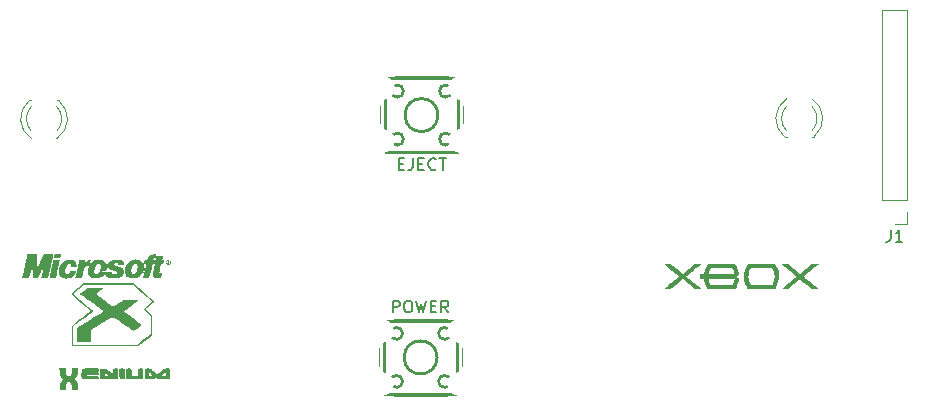
<source format=gbr>
%TF.GenerationSoftware,KiCad,Pcbnew,8.0.4*%
%TF.CreationDate,2024-08-22T22:42:40+01:00*%
%TF.ProjectId,XBox button board_no_LAN-HDD_all tracks front,58426f78-2062-4757-9474-6f6e20626f61,rev?*%
%TF.SameCoordinates,Original*%
%TF.FileFunction,Legend,Top*%
%TF.FilePolarity,Positive*%
%FSLAX46Y46*%
G04 Gerber Fmt 4.6, Leading zero omitted, Abs format (unit mm)*
G04 Created by KiCad (PCBNEW 8.0.4) date 2024-08-22 22:42:40*
%MOMM*%
%LPD*%
G01*
G04 APERTURE LIST*
%ADD10C,0.254000*%
%ADD11C,0.150000*%
%ADD12C,0.120000*%
%ADD13C,0.000000*%
%ADD14C,2.000000*%
%ADD15R,1.800000X1.800000*%
%ADD16C,1.800000*%
%ADD17R,2.000000X1.400000*%
%ADD18O,2.000000X1.400000*%
G04 APERTURE END LIST*
D10*
X142738030Y-90466960D02*
G75*
G02*
X141722030Y-90466960I-508000J0D01*
G01*
X141722030Y-90466960D02*
G75*
G02*
X142738030Y-90466960I508000J0D01*
G01*
X141087030Y-109913200D02*
X147284630Y-109913200D01*
X145582830Y-113012000D02*
G75*
G02*
X142788830Y-113012000I-1397000J0D01*
G01*
X142788830Y-113012000D02*
G75*
G02*
X145582830Y-113012000I1397000J0D01*
G01*
X141157020Y-95613223D02*
X147357160Y-95613223D01*
X146802030Y-90466960D02*
G75*
G02*
X145786030Y-90466960I-508000J0D01*
G01*
X145786030Y-90466960D02*
G75*
G02*
X146802030Y-90466960I508000J0D01*
G01*
X147287170Y-116113340D02*
X147287170Y-109913200D01*
X142661830Y-115044000D02*
G75*
G02*
X141645830Y-115044000I-508000J0D01*
G01*
X141645830Y-115044000D02*
G75*
G02*
X142661830Y-115044000I508000J0D01*
G01*
X141160690Y-89400160D02*
X147360830Y-89400160D01*
X141160690Y-89400160D02*
X141160690Y-95600300D01*
X142738030Y-94530960D02*
G75*
G02*
X141722030Y-94530960I-508000J0D01*
G01*
X141722030Y-94530960D02*
G75*
G02*
X142738030Y-94530960I508000J0D01*
G01*
X145659030Y-92498960D02*
G75*
G02*
X142865030Y-92498960I-1397000J0D01*
G01*
X142865030Y-92498960D02*
G75*
G02*
X145659030Y-92498960I1397000J0D01*
G01*
X146725830Y-110980000D02*
G75*
G02*
X145709830Y-110980000I-508000J0D01*
G01*
X145709830Y-110980000D02*
G75*
G02*
X146725830Y-110980000I508000J0D01*
G01*
X141087030Y-109913200D02*
X141087030Y-116110800D01*
X142661830Y-110980000D02*
G75*
G02*
X141645830Y-110980000I-508000J0D01*
G01*
X141645830Y-110980000D02*
G75*
G02*
X142661830Y-110980000I508000J0D01*
G01*
X147284630Y-116110800D02*
X141087030Y-116110800D01*
X146725830Y-115044000D02*
G75*
G02*
X145709830Y-115044000I-508000J0D01*
G01*
X145709830Y-115044000D02*
G75*
G02*
X146725830Y-115044000I508000J0D01*
G01*
X146802030Y-94530960D02*
G75*
G02*
X145786030Y-94530960I-508000J0D01*
G01*
X145786030Y-94530960D02*
G75*
G02*
X146802030Y-94530960I508000J0D01*
G01*
X147363370Y-95600300D02*
X147363370Y-89400160D01*
D11*
X142332258Y-96631009D02*
X142665591Y-96631009D01*
X142808448Y-97154819D02*
X142332258Y-97154819D01*
X142332258Y-97154819D02*
X142332258Y-96154819D01*
X142332258Y-96154819D02*
X142808448Y-96154819D01*
X143522734Y-96154819D02*
X143522734Y-96869104D01*
X143522734Y-96869104D02*
X143475115Y-97011961D01*
X143475115Y-97011961D02*
X143379877Y-97107200D01*
X143379877Y-97107200D02*
X143237020Y-97154819D01*
X143237020Y-97154819D02*
X143141782Y-97154819D01*
X143998925Y-96631009D02*
X144332258Y-96631009D01*
X144475115Y-97154819D02*
X143998925Y-97154819D01*
X143998925Y-97154819D02*
X143998925Y-96154819D01*
X143998925Y-96154819D02*
X144475115Y-96154819D01*
X145475115Y-97059580D02*
X145427496Y-97107200D01*
X145427496Y-97107200D02*
X145284639Y-97154819D01*
X145284639Y-97154819D02*
X145189401Y-97154819D01*
X145189401Y-97154819D02*
X145046544Y-97107200D01*
X145046544Y-97107200D02*
X144951306Y-97011961D01*
X144951306Y-97011961D02*
X144903687Y-96916723D01*
X144903687Y-96916723D02*
X144856068Y-96726247D01*
X144856068Y-96726247D02*
X144856068Y-96583390D01*
X144856068Y-96583390D02*
X144903687Y-96392914D01*
X144903687Y-96392914D02*
X144951306Y-96297676D01*
X144951306Y-96297676D02*
X145046544Y-96202438D01*
X145046544Y-96202438D02*
X145189401Y-96154819D01*
X145189401Y-96154819D02*
X145284639Y-96154819D01*
X145284639Y-96154819D02*
X145427496Y-96202438D01*
X145427496Y-96202438D02*
X145475115Y-96250057D01*
X145760830Y-96154819D02*
X146332258Y-96154819D01*
X146046544Y-97154819D02*
X146046544Y-96154819D01*
X183984496Y-102207819D02*
X183984496Y-102922104D01*
X183984496Y-102922104D02*
X183936877Y-103064961D01*
X183936877Y-103064961D02*
X183841639Y-103160200D01*
X183841639Y-103160200D02*
X183698782Y-103207819D01*
X183698782Y-103207819D02*
X183603544Y-103207819D01*
X184984496Y-103207819D02*
X184413068Y-103207819D01*
X184698782Y-103207819D02*
X184698782Y-102207819D01*
X184698782Y-102207819D02*
X184603544Y-102350676D01*
X184603544Y-102350676D02*
X184508306Y-102445914D01*
X184508306Y-102445914D02*
X184413068Y-102493533D01*
X141851306Y-109204819D02*
X141851306Y-108204819D01*
X141851306Y-108204819D02*
X142232258Y-108204819D01*
X142232258Y-108204819D02*
X142327496Y-108252438D01*
X142327496Y-108252438D02*
X142375115Y-108300057D01*
X142375115Y-108300057D02*
X142422734Y-108395295D01*
X142422734Y-108395295D02*
X142422734Y-108538152D01*
X142422734Y-108538152D02*
X142375115Y-108633390D01*
X142375115Y-108633390D02*
X142327496Y-108681009D01*
X142327496Y-108681009D02*
X142232258Y-108728628D01*
X142232258Y-108728628D02*
X141851306Y-108728628D01*
X143041782Y-108204819D02*
X143232258Y-108204819D01*
X143232258Y-108204819D02*
X143327496Y-108252438D01*
X143327496Y-108252438D02*
X143422734Y-108347676D01*
X143422734Y-108347676D02*
X143470353Y-108538152D01*
X143470353Y-108538152D02*
X143470353Y-108871485D01*
X143470353Y-108871485D02*
X143422734Y-109061961D01*
X143422734Y-109061961D02*
X143327496Y-109157200D01*
X143327496Y-109157200D02*
X143232258Y-109204819D01*
X143232258Y-109204819D02*
X143041782Y-109204819D01*
X143041782Y-109204819D02*
X142946544Y-109157200D01*
X142946544Y-109157200D02*
X142851306Y-109061961D01*
X142851306Y-109061961D02*
X142803687Y-108871485D01*
X142803687Y-108871485D02*
X142803687Y-108538152D01*
X142803687Y-108538152D02*
X142851306Y-108347676D01*
X142851306Y-108347676D02*
X142946544Y-108252438D01*
X142946544Y-108252438D02*
X143041782Y-108204819D01*
X143803687Y-108204819D02*
X144041782Y-109204819D01*
X144041782Y-109204819D02*
X144232258Y-108490533D01*
X144232258Y-108490533D02*
X144422734Y-109204819D01*
X144422734Y-109204819D02*
X144660830Y-108204819D01*
X145041782Y-108681009D02*
X145375115Y-108681009D01*
X145517972Y-109204819D02*
X145041782Y-109204819D01*
X145041782Y-109204819D02*
X145041782Y-108204819D01*
X145041782Y-108204819D02*
X145517972Y-108204819D01*
X146517972Y-109204819D02*
X146184639Y-108728628D01*
X145946544Y-109204819D02*
X145946544Y-108204819D01*
X145946544Y-108204819D02*
X146327496Y-108204819D01*
X146327496Y-108204819D02*
X146422734Y-108252438D01*
X146422734Y-108252438D02*
X146470353Y-108300057D01*
X146470353Y-108300057D02*
X146517972Y-108395295D01*
X146517972Y-108395295D02*
X146517972Y-108538152D01*
X146517972Y-108538152D02*
X146470353Y-108633390D01*
X146470353Y-108633390D02*
X146422734Y-108681009D01*
X146422734Y-108681009D02*
X146327496Y-108728628D01*
X146327496Y-108728628D02*
X145946544Y-108728628D01*
D12*
%TO.C,EJECT*%
X140760830Y-91700000D02*
X140760830Y-93200000D01*
X142010830Y-95700000D02*
X146510830Y-95700000D01*
X146510830Y-89200000D02*
X142010830Y-89200000D01*
X147760830Y-93200000D02*
X147760830Y-91700000D01*
%TO.C,D1*%
X111228830Y-91259000D02*
X111072830Y-91259000D01*
X113544830Y-91259000D02*
X113388830Y-91259000D01*
X111228993Y-93860130D02*
G75*
G02*
X111228830Y-91778039I1079837J1041130D01*
G01*
X111230222Y-94491335D02*
G75*
G02*
X111073314Y-91259000I1078608J1672335D01*
G01*
X113388830Y-91778039D02*
G75*
G02*
X113388667Y-93860130I-1080000J-1040961D01*
G01*
X113544346Y-91259000D02*
G75*
G02*
X113387438Y-94491335I-1235516J-1560000D01*
G01*
D13*
%TO.C,G\u002A\u002A\u002A*%
G36*
X118988336Y-113951910D02*
G01*
X119034507Y-113954282D01*
X119064988Y-113959762D01*
X119086430Y-113969597D01*
X119105483Y-113985036D01*
X119107095Y-113986543D01*
X119144492Y-114021690D01*
X119144492Y-114402167D01*
X119144159Y-114505322D01*
X119143223Y-114599652D01*
X119141773Y-114681049D01*
X119139902Y-114745407D01*
X119137702Y-114788619D01*
X119135486Y-114806112D01*
X119110352Y-114837255D01*
X119061865Y-114858172D01*
X118988486Y-114869324D01*
X118916873Y-114871560D01*
X118855575Y-114869608D01*
X118802799Y-114864788D01*
X118767218Y-114858003D01*
X118760303Y-114855260D01*
X118741294Y-114844045D01*
X118726390Y-114831340D01*
X118715090Y-114813725D01*
X118706896Y-114787779D01*
X118701310Y-114750081D01*
X118697832Y-114697212D01*
X118695964Y-114625751D01*
X118695207Y-114532277D01*
X118695063Y-114413371D01*
X118695063Y-114407830D01*
X118695063Y-114021690D01*
X118732510Y-113986543D01*
X118751683Y-113970604D01*
X118772712Y-113960368D01*
X118802249Y-113954587D01*
X118846946Y-113952013D01*
X118913454Y-113951398D01*
X118919827Y-113951396D01*
X118988336Y-113951910D01*
G37*
G36*
X119568866Y-113948970D02*
G01*
X119633366Y-113962312D01*
X119680304Y-113982483D01*
X119703975Y-114007600D01*
X119710293Y-114026722D01*
X119715000Y-114049474D01*
X119718355Y-114080295D01*
X119720617Y-114123628D01*
X119722044Y-114183912D01*
X119722894Y-114265589D01*
X119723292Y-114339210D01*
X119724401Y-114596544D01*
X119992609Y-114596544D01*
X120260816Y-114596544D01*
X120261030Y-114324712D01*
X120261968Y-114211593D01*
X120264659Y-114125515D01*
X120269216Y-114064571D01*
X120275755Y-114026852D01*
X120279530Y-114016636D01*
X120313836Y-113980621D01*
X120374174Y-113957056D01*
X120460623Y-113945915D01*
X120494241Y-113944965D01*
X120585845Y-113950206D01*
X120651922Y-113967629D01*
X120692067Y-113997112D01*
X120697920Y-114006197D01*
X120703599Y-114030927D01*
X120708720Y-114079617D01*
X120713192Y-114147234D01*
X120716920Y-114228747D01*
X120719810Y-114319123D01*
X120721771Y-114413331D01*
X120722708Y-114506338D01*
X120722528Y-114593113D01*
X120721137Y-114668623D01*
X120718443Y-114727836D01*
X120714352Y-114765720D01*
X120712165Y-114774135D01*
X120689088Y-114808631D01*
X120653518Y-114840052D01*
X120648992Y-114842945D01*
X120636261Y-114850032D01*
X120621659Y-114855858D01*
X120602394Y-114860548D01*
X120575675Y-114864223D01*
X120538711Y-114867007D01*
X120488712Y-114869023D01*
X120422886Y-114870394D01*
X120338442Y-114871243D01*
X120232591Y-114871694D01*
X120102540Y-114871868D01*
X119992609Y-114871893D01*
X119843449Y-114871840D01*
X119720494Y-114871600D01*
X119620953Y-114871050D01*
X119542034Y-114870066D01*
X119480947Y-114868526D01*
X119434900Y-114866306D01*
X119401103Y-114863284D01*
X119376766Y-114859335D01*
X119359096Y-114854338D01*
X119345303Y-114848169D01*
X119336225Y-114842945D01*
X119300678Y-114813836D01*
X119276311Y-114780785D01*
X119274610Y-114776815D01*
X119269632Y-114748663D01*
X119265746Y-114696797D01*
X119262934Y-114626481D01*
X119261181Y-114542974D01*
X119260470Y-114451540D01*
X119260784Y-114357439D01*
X119262108Y-114265933D01*
X119264425Y-114182284D01*
X119267718Y-114111752D01*
X119271971Y-114059601D01*
X119276933Y-114031737D01*
X119302224Y-113990906D01*
X119346568Y-113963469D01*
X119412777Y-113948284D01*
X119492437Y-113944147D01*
X119568866Y-113948970D01*
G37*
G36*
X114936530Y-113947452D02*
G01*
X115208362Y-113951396D01*
X115212784Y-114037242D01*
X115212363Y-114125414D01*
X115204052Y-114225311D01*
X115189378Y-114324970D01*
X115169870Y-114412431D01*
X115161200Y-114440895D01*
X115113478Y-114550673D01*
X115045670Y-114662277D01*
X114964032Y-114765413D01*
X114964013Y-114765434D01*
X114893636Y-114843132D01*
X114972847Y-114922343D01*
X115021871Y-114978364D01*
X115070710Y-115045431D01*
X115104588Y-115101519D01*
X115146740Y-115192765D01*
X115175382Y-115283639D01*
X115192081Y-115382036D01*
X115198402Y-115495853D01*
X115197931Y-115572056D01*
X115193864Y-115749113D01*
X114929281Y-115753064D01*
X114664698Y-115757016D01*
X114664698Y-115590679D01*
X114660104Y-115454215D01*
X114645853Y-115342626D01*
X114621239Y-115253207D01*
X114585557Y-115183256D01*
X114546502Y-115137550D01*
X114483545Y-115095354D01*
X114417746Y-115080130D01*
X114352741Y-115090589D01*
X114292163Y-115125438D01*
X114239648Y-115183388D01*
X114199757Y-115260690D01*
X114185849Y-115303249D01*
X114175753Y-115350781D01*
X114168583Y-115409872D01*
X114163449Y-115487108D01*
X114160799Y-115549769D01*
X114153280Y-115756362D01*
X113887071Y-115756362D01*
X113620862Y-115756362D01*
X113621114Y-115578765D01*
X113627334Y-115425264D01*
X113646620Y-115293624D01*
X113680615Y-115179054D01*
X113730962Y-115076763D01*
X113799305Y-114981961D01*
X113842171Y-114934377D01*
X113929449Y-114843485D01*
X113869033Y-114777942D01*
X113773860Y-114656952D01*
X113698305Y-114523864D01*
X113656097Y-114416633D01*
X113638355Y-114354217D01*
X113626798Y-114295086D01*
X113620060Y-114229221D01*
X113616773Y-114146604D01*
X113616384Y-114125542D01*
X113613613Y-113951396D01*
X113883465Y-113947459D01*
X114153318Y-113943522D01*
X114161407Y-114157676D01*
X114166375Y-114262090D01*
X114173175Y-114342596D01*
X114183035Y-114404274D01*
X114197182Y-114452205D01*
X114216843Y-114491471D01*
X114243244Y-114527151D01*
X114253434Y-114538771D01*
X114316967Y-114591977D01*
X114384679Y-114617659D01*
X114453547Y-114615599D01*
X114520549Y-114585580D01*
X114552208Y-114560205D01*
X114592216Y-114513298D01*
X114622485Y-114454449D01*
X114643904Y-114380005D01*
X114657366Y-114286315D01*
X114663760Y-114169728D01*
X114664588Y-114099678D01*
X114664698Y-113943507D01*
X114936530Y-113947452D01*
G37*
G36*
X118447497Y-113949282D02*
G01*
X118513467Y-113964287D01*
X118554731Y-113988564D01*
X118563870Y-114000805D01*
X118567444Y-114021329D01*
X118570897Y-114066849D01*
X118574074Y-114133365D01*
X118576819Y-114216877D01*
X118578976Y-114313386D01*
X118580388Y-114418890D01*
X118580452Y-114426221D01*
X118581210Y-114551967D01*
X118581040Y-114651477D01*
X118579842Y-114727498D01*
X118577517Y-114782778D01*
X118573966Y-114820063D01*
X118569091Y-114842102D01*
X118565199Y-114849513D01*
X118552400Y-114858861D01*
X118529149Y-114865265D01*
X118490834Y-114869192D01*
X118432844Y-114871111D01*
X118350566Y-114871491D01*
X118348967Y-114871487D01*
X118253055Y-114869793D01*
X118180851Y-114865376D01*
X118134379Y-114858395D01*
X118120242Y-114853365D01*
X118101572Y-114839496D01*
X118064251Y-114809031D01*
X118011354Y-114764580D01*
X117945954Y-114708752D01*
X117871123Y-114644156D01*
X117789937Y-114573400D01*
X117774987Y-114560300D01*
X117693921Y-114489485D01*
X117619527Y-114425026D01*
X117554695Y-114369386D01*
X117502315Y-114325029D01*
X117465280Y-114294416D01*
X117446479Y-114280011D01*
X117445112Y-114279273D01*
X117435850Y-114287129D01*
X117437303Y-114321370D01*
X117438638Y-114330015D01*
X117443435Y-114373919D01*
X117446850Y-114433427D01*
X117448100Y-114491436D01*
X117448259Y-114596544D01*
X117601392Y-114596544D01*
X117754524Y-114596544D01*
X117873224Y-114700521D01*
X117934640Y-114755137D01*
X117976064Y-114794533D01*
X117999949Y-114821844D01*
X118008748Y-114840205D01*
X118004914Y-114852752D01*
X117997235Y-114859008D01*
X117977958Y-114862320D01*
X117933679Y-114865278D01*
X117868388Y-114867765D01*
X117786076Y-114869662D01*
X117690736Y-114870851D01*
X117586358Y-114871212D01*
X117585988Y-114871212D01*
X117459400Y-114870737D01*
X117358797Y-114869469D01*
X117281173Y-114867268D01*
X117223525Y-114863993D01*
X117182848Y-114859505D01*
X117156139Y-114853665D01*
X117148573Y-114850867D01*
X117112132Y-114828654D01*
X117087456Y-114802546D01*
X117086958Y-114801645D01*
X117081565Y-114776350D01*
X117077248Y-114723521D01*
X117074064Y-114644603D01*
X117072070Y-114541040D01*
X117071323Y-114414277D01*
X117071319Y-114403067D01*
X117071319Y-114033711D01*
X117115924Y-113996178D01*
X117136822Y-113979685D01*
X117157363Y-113968166D01*
X117182856Y-113960886D01*
X117218611Y-113957111D01*
X117269936Y-113956108D01*
X117342142Y-113957143D01*
X117390268Y-113958256D01*
X117471862Y-113961855D01*
X117530821Y-113968673D01*
X117573413Y-113979642D01*
X117593236Y-113988348D01*
X117619495Y-114005437D01*
X117663739Y-114038023D01*
X117721815Y-114082882D01*
X117789566Y-114136789D01*
X117862838Y-114196520D01*
X117883191Y-114213361D01*
X118122403Y-114411966D01*
X118129652Y-114217925D01*
X118133247Y-114144559D01*
X118137965Y-114080828D01*
X118143244Y-114032774D01*
X118148522Y-114006438D01*
X118149544Y-114004283D01*
X118181906Y-113977559D01*
X118236937Y-113957644D01*
X118308767Y-113946223D01*
X118358986Y-113944147D01*
X118447497Y-113949282D01*
G37*
G36*
X116919170Y-113979151D02*
G01*
X116948335Y-114026922D01*
X116957482Y-114084775D01*
X116946579Y-114142016D01*
X116919752Y-114184018D01*
X116884166Y-114219604D01*
X116397834Y-114219604D01*
X116266382Y-114219650D01*
X116161038Y-114219905D01*
X116078912Y-114220540D01*
X116017116Y-114221727D01*
X115972761Y-114223639D01*
X115942959Y-114226448D01*
X115924821Y-114230325D01*
X115915459Y-114235444D01*
X115911984Y-114241977D01*
X115911501Y-114248599D01*
X115912275Y-114256389D01*
X115916510Y-114262642D01*
X115927075Y-114267527D01*
X115946840Y-114271213D01*
X115978673Y-114273868D01*
X116025444Y-114275662D01*
X116090022Y-114276763D01*
X116175276Y-114277339D01*
X116284075Y-114277560D01*
X116404424Y-114277595D01*
X116537159Y-114277659D01*
X116643941Y-114277966D01*
X116727815Y-114278683D01*
X116791824Y-114279980D01*
X116839009Y-114282026D01*
X116872416Y-114284991D01*
X116895087Y-114289042D01*
X116910065Y-114294350D01*
X116920393Y-114301083D01*
X116926341Y-114306590D01*
X116946480Y-114343707D01*
X116955346Y-114395892D01*
X116952559Y-114451340D01*
X116937740Y-114498247D01*
X116932768Y-114506332D01*
X116910200Y-114538554D01*
X116410850Y-114538554D01*
X116277473Y-114538598D01*
X116170241Y-114538842D01*
X116086302Y-114539451D01*
X116022807Y-114540590D01*
X115976904Y-114542426D01*
X115945743Y-114545123D01*
X115926473Y-114548847D01*
X115916243Y-114553764D01*
X115912203Y-114560039D01*
X115911501Y-114567549D01*
X115912286Y-114575405D01*
X115916570Y-114581697D01*
X115927250Y-114586598D01*
X115947223Y-114590281D01*
X115979384Y-114592921D01*
X116026631Y-114594692D01*
X116091858Y-114595765D01*
X116177963Y-114596316D01*
X116287842Y-114596518D01*
X116395220Y-114596544D01*
X116526586Y-114596607D01*
X116632092Y-114596916D01*
X116714872Y-114597650D01*
X116778059Y-114598992D01*
X116824789Y-114601120D01*
X116858195Y-114604216D01*
X116881413Y-114608460D01*
X116897577Y-114614033D01*
X116909821Y-114621114D01*
X116917137Y-114626592D01*
X116940100Y-114648981D01*
X116951544Y-114676050D01*
X116955200Y-114718369D01*
X116955337Y-114734760D01*
X116952396Y-114786804D01*
X116941579Y-114820428D01*
X116923608Y-114842441D01*
X116915121Y-114849584D01*
X116904641Y-114855473D01*
X116889482Y-114860229D01*
X116866962Y-114863972D01*
X116834398Y-114866824D01*
X116789105Y-114868905D01*
X116728401Y-114870337D01*
X116649603Y-114871239D01*
X116550026Y-114871733D01*
X116426987Y-114871939D01*
X116277804Y-114871979D01*
X116267586Y-114871978D01*
X116115163Y-114871887D01*
X115988992Y-114871555D01*
X115886328Y-114870879D01*
X115804428Y-114869757D01*
X115740548Y-114868086D01*
X115691944Y-114865761D01*
X115655874Y-114862681D01*
X115629592Y-114858741D01*
X115610355Y-114853839D01*
X115595419Y-114847871D01*
X115592840Y-114846607D01*
X115550322Y-114816693D01*
X115513005Y-114777028D01*
X115509479Y-114771997D01*
X115498525Y-114754369D01*
X115490316Y-114735935D01*
X115484455Y-114712435D01*
X115480548Y-114679606D01*
X115478202Y-114633187D01*
X115477021Y-114568918D01*
X115476610Y-114482536D01*
X115476570Y-114416577D01*
X115477129Y-114301094D01*
X115479416Y-114210733D01*
X115484344Y-114141633D01*
X115492825Y-114089932D01*
X115505773Y-114051769D01*
X115524100Y-114023282D01*
X115548720Y-114000609D01*
X115579693Y-113980391D01*
X115592761Y-113973375D01*
X115607848Y-113967560D01*
X115627706Y-113962810D01*
X115655084Y-113958991D01*
X115692733Y-113955967D01*
X115743404Y-113953605D01*
X115809847Y-113951768D01*
X115894812Y-113950321D01*
X116001051Y-113949130D01*
X116131314Y-113948059D01*
X116255900Y-113947190D01*
X116883004Y-113942985D01*
X116919170Y-113979151D01*
G37*
G36*
X121141551Y-113945934D02*
G01*
X121221167Y-113951673D01*
X121291624Y-113962595D01*
X121343816Y-113978317D01*
X121349218Y-113980916D01*
X121377136Y-113998721D01*
X121422271Y-114031388D01*
X121479631Y-114075140D01*
X121544226Y-114126196D01*
X121587357Y-114161206D01*
X121685760Y-114241239D01*
X121764479Y-114303559D01*
X121825583Y-114349626D01*
X121871140Y-114380901D01*
X121903217Y-114398845D01*
X121923883Y-114404917D01*
X121930855Y-114403848D01*
X121947275Y-114392576D01*
X121982395Y-114365597D01*
X122032634Y-114325761D01*
X122094411Y-114275915D01*
X122164145Y-114218909D01*
X122187509Y-114199659D01*
X122261263Y-114139573D01*
X122330488Y-114084656D01*
X122391039Y-114038082D01*
X122438767Y-114003027D01*
X122469524Y-113982666D01*
X122474156Y-113980206D01*
X122518157Y-113966779D01*
X122582134Y-113956290D01*
X122657171Y-113949241D01*
X122734354Y-113946135D01*
X122804765Y-113947472D01*
X122859488Y-113953755D01*
X122874686Y-113957665D01*
X122918589Y-113979489D01*
X122954553Y-114009244D01*
X122957165Y-114012391D01*
X122966323Y-114025592D01*
X122973343Y-114041462D01*
X122978508Y-114063770D01*
X122982100Y-114096283D01*
X122984401Y-114142769D01*
X122985694Y-114206997D01*
X122986262Y-114292733D01*
X122986387Y-114402098D01*
X122985639Y-114536050D01*
X122983408Y-114642631D01*
X122979712Y-114721414D01*
X122974568Y-114771974D01*
X122969881Y-114790883D01*
X122957741Y-114813441D01*
X122942019Y-114831418D01*
X122919574Y-114845286D01*
X122887269Y-114855520D01*
X122841965Y-114862592D01*
X122780523Y-114866976D01*
X122699804Y-114869146D01*
X122596670Y-114869574D01*
X122467982Y-114868734D01*
X122454543Y-114868608D01*
X122325883Y-114867368D01*
X122224389Y-114865667D01*
X122148236Y-114862439D01*
X122095598Y-114856616D01*
X122064653Y-114847129D01*
X122053576Y-114832911D01*
X122060543Y-114812894D01*
X122083729Y-114786012D01*
X122121310Y-114751195D01*
X122171463Y-114707377D01*
X122174515Y-114704715D01*
X122297746Y-114597186D01*
X122453596Y-114596865D01*
X122609446Y-114596544D01*
X122609446Y-114436214D01*
X122608728Y-114364112D01*
X122606282Y-114317379D01*
X122601672Y-114292419D01*
X122594462Y-114285634D01*
X122591324Y-114286839D01*
X122574704Y-114299826D01*
X122540582Y-114328573D01*
X122493086Y-114369532D01*
X122436345Y-114419153D01*
X122399230Y-114451919D01*
X122282740Y-114553929D01*
X122180281Y-114641207D01*
X122093174Y-114712700D01*
X122022742Y-114767352D01*
X121970308Y-114804109D01*
X121937194Y-114821916D01*
X121934011Y-114822879D01*
X121895771Y-114821540D01*
X121847944Y-114798442D01*
X121841319Y-114794151D01*
X121787009Y-114755456D01*
X121715452Y-114700245D01*
X121630625Y-114631761D01*
X121536504Y-114553245D01*
X121437067Y-114467939D01*
X121382431Y-114420077D01*
X121325229Y-114370099D01*
X121275699Y-114327781D01*
X121237870Y-114296493D01*
X121215770Y-114279602D01*
X121211988Y-114277595D01*
X121208653Y-114291097D01*
X121206582Y-114327661D01*
X121205976Y-114381374D01*
X121206698Y-114433445D01*
X121210417Y-114589296D01*
X121369892Y-114593457D01*
X121529367Y-114597619D01*
X121659846Y-114719799D01*
X121715020Y-114772425D01*
X121750770Y-114809334D01*
X121769638Y-114833730D01*
X121774171Y-114848818D01*
X121768579Y-114856768D01*
X121746154Y-114862110D01*
X121699424Y-114866301D01*
X121633054Y-114869376D01*
X121551710Y-114871366D01*
X121460059Y-114872304D01*
X121362765Y-114872223D01*
X121264494Y-114871157D01*
X121169914Y-114869137D01*
X121083688Y-114866196D01*
X121010484Y-114862368D01*
X120954966Y-114857686D01*
X120921801Y-114852181D01*
X120917776Y-114850781D01*
X120889304Y-114836540D01*
X120867101Y-114819204D01*
X120850513Y-114795333D01*
X120838889Y-114761486D01*
X120831575Y-114714223D01*
X120827920Y-114650102D01*
X120827271Y-114565683D01*
X120828975Y-114457526D01*
X120830569Y-114390966D01*
X120834326Y-114266547D01*
X120838628Y-114169239D01*
X120843613Y-114097162D01*
X120849421Y-114048435D01*
X120856191Y-114021178D01*
X120858115Y-114017391D01*
X120883000Y-113993742D01*
X120922924Y-113970434D01*
X120938816Y-113963651D01*
X120991268Y-113951540D01*
X121061882Y-113945762D01*
X121141551Y-113945934D01*
G37*
G36*
X173065513Y-105074090D02*
G01*
X174198695Y-105079446D01*
X174295950Y-105241651D01*
X174414537Y-105478881D01*
X174494131Y-105730025D01*
X174534773Y-105995237D01*
X174540538Y-106145609D01*
X174522801Y-106410778D01*
X174470704Y-106664666D01*
X174385920Y-106901285D01*
X174270120Y-107114644D01*
X174269908Y-107114968D01*
X174185092Y-107244454D01*
X173057337Y-107244454D01*
X171929583Y-107244454D01*
X171860209Y-107135685D01*
X171791122Y-107021641D01*
X171737206Y-106916876D01*
X171690314Y-106804037D01*
X171648652Y-106685074D01*
X171626672Y-106615937D01*
X171610981Y-106556122D01*
X171600500Y-106496203D01*
X171594147Y-106426751D01*
X171590843Y-106338342D01*
X171589506Y-106221549D01*
X171589288Y-106167129D01*
X171589328Y-106156770D01*
X171950816Y-106156770D01*
X171959581Y-106341466D01*
X171988197Y-106504522D01*
X172040147Y-106662365D01*
X172074934Y-106742264D01*
X172135301Y-106871966D01*
X173050820Y-106866570D01*
X173966338Y-106861175D01*
X174005184Y-106809138D01*
X174064079Y-106704222D01*
X174110743Y-106569020D01*
X174143990Y-106413183D01*
X174162634Y-106246361D01*
X174165488Y-106078205D01*
X174151366Y-105918366D01*
X174128313Y-105807523D01*
X174099423Y-105713800D01*
X174065417Y-105620280D01*
X174033469Y-105546631D01*
X174032330Y-105544367D01*
X173980460Y-105442007D01*
X173057779Y-105442007D01*
X172135099Y-105442007D01*
X172074833Y-105571493D01*
X172010285Y-105732740D01*
X171970767Y-105891293D01*
X171952803Y-106063555D01*
X171950816Y-106156770D01*
X171589328Y-106156770D01*
X171589826Y-106026465D01*
X171592876Y-105918440D01*
X171599140Y-105834300D01*
X171609323Y-105765287D01*
X171624127Y-105702647D01*
X171627556Y-105690620D01*
X171673696Y-105554588D01*
X171732884Y-105412311D01*
X171798185Y-105279048D01*
X171862667Y-105170059D01*
X171866992Y-105163701D01*
X171932331Y-105068734D01*
X173065513Y-105074090D01*
G37*
G36*
X175804933Y-105493481D02*
G01*
X176326016Y-105919029D01*
X176401833Y-105858170D01*
X176437867Y-105829027D01*
X176500935Y-105777785D01*
X176585982Y-105708561D01*
X176687953Y-105625473D01*
X176801795Y-105532636D01*
X176922451Y-105434166D01*
X176923083Y-105433651D01*
X177368515Y-105069990D01*
X177658564Y-105069999D01*
X177772662Y-105070241D01*
X177850641Y-105071477D01*
X177897818Y-105074486D01*
X177919512Y-105080049D01*
X177921037Y-105088944D01*
X177907712Y-105101950D01*
X177902853Y-105105803D01*
X177805970Y-105182362D01*
X177694690Y-105271596D01*
X177572931Y-105370245D01*
X177444610Y-105475048D01*
X177313644Y-105582742D01*
X177183952Y-105690066D01*
X177059449Y-105793759D01*
X176944055Y-105890559D01*
X176841687Y-105977204D01*
X176756261Y-106050434D01*
X176691696Y-106106985D01*
X176651909Y-106143598D01*
X176640512Y-106156770D01*
X176657003Y-106173278D01*
X176701803Y-106212816D01*
X176771108Y-106272225D01*
X176861119Y-106348344D01*
X176968034Y-106438013D01*
X177088051Y-106538073D01*
X177217371Y-106645364D01*
X177352191Y-106756725D01*
X177488710Y-106868997D01*
X177623128Y-106979019D01*
X177751642Y-107083632D01*
X177870453Y-107179675D01*
X177886460Y-107192550D01*
X177948613Y-107242508D01*
X177658564Y-107242665D01*
X177368515Y-107242822D01*
X176912724Y-106868918D01*
X176791504Y-106769570D01*
X176677666Y-106676451D01*
X176576042Y-106593497D01*
X176491461Y-106524646D01*
X176428754Y-106473836D01*
X176392751Y-106445003D01*
X176390818Y-106443490D01*
X176324704Y-106391965D01*
X175803191Y-106818209D01*
X175281678Y-107244454D01*
X175004338Y-107244454D01*
X174902562Y-107243810D01*
X174817573Y-107242048D01*
X174756954Y-107239417D01*
X174728285Y-107236167D01*
X174726998Y-107235283D01*
X174742515Y-107220617D01*
X174786743Y-107182750D01*
X174856199Y-107124569D01*
X174947401Y-107048958D01*
X175056867Y-106958802D01*
X175181112Y-106856987D01*
X175316655Y-106746399D01*
X175343352Y-106724671D01*
X175482461Y-106611380D01*
X175612548Y-106505214D01*
X175729846Y-106409264D01*
X175830586Y-106326622D01*
X175911002Y-106260378D01*
X175967326Y-106213625D01*
X175995790Y-106189453D01*
X175997368Y-106188018D01*
X176005379Y-106178255D01*
X176007199Y-106166369D01*
X176000110Y-106149853D01*
X175981394Y-106126199D01*
X175948334Y-106092902D01*
X175898212Y-106047455D01*
X175828309Y-105987350D01*
X175735908Y-105910082D01*
X175618292Y-105813142D01*
X175472742Y-105694026D01*
X175377318Y-105616127D01*
X174719605Y-105079446D01*
X175001728Y-105073690D01*
X175283851Y-105067934D01*
X175804933Y-105493481D01*
G37*
G36*
X165706241Y-105374674D02*
G01*
X165823322Y-105470172D01*
X165939255Y-105564772D01*
X166046943Y-105652680D01*
X166139287Y-105728101D01*
X166209190Y-105785240D01*
X166227637Y-105800335D01*
X166374299Y-105920408D01*
X166895520Y-105494747D01*
X167416741Y-105069087D01*
X167694871Y-105069087D01*
X167796803Y-105069708D01*
X167881957Y-105071410D01*
X167942764Y-105073953D01*
X167971653Y-105077093D01*
X167973002Y-105077967D01*
X167957483Y-105092541D01*
X167913180Y-105130441D01*
X167843467Y-105188869D01*
X167751721Y-105265024D01*
X167641320Y-105356110D01*
X167515639Y-105459327D01*
X167378056Y-105571875D01*
X167319211Y-105619888D01*
X167152314Y-105756362D01*
X167015473Y-105869257D01*
X166906269Y-105960727D01*
X166822282Y-106032929D01*
X166761094Y-106088016D01*
X166720286Y-106128146D01*
X166697437Y-106155473D01*
X166690130Y-106172151D01*
X166692498Y-106178239D01*
X166714097Y-106196546D01*
X166764234Y-106238041D01*
X166839300Y-106299768D01*
X166935688Y-106378770D01*
X167049789Y-106472092D01*
X167177994Y-106576777D01*
X167316697Y-106689868D01*
X167358598Y-106724001D01*
X167997620Y-107244454D01*
X167708405Y-107244454D01*
X167419190Y-107244454D01*
X166897746Y-106817747D01*
X166376302Y-106391041D01*
X166133583Y-106587654D01*
X166028055Y-106673343D01*
X165903729Y-106774620D01*
X165773793Y-106880725D01*
X165651430Y-106980899D01*
X165611175Y-107013929D01*
X165331484Y-107243591D01*
X165042471Y-107244022D01*
X164934482Y-107242976D01*
X164849761Y-107239732D01*
X164793884Y-107234658D01*
X164772428Y-107228121D01*
X164773140Y-107226260D01*
X164793068Y-107209551D01*
X164841575Y-107169596D01*
X164915106Y-107109302D01*
X165010105Y-107031580D01*
X165123014Y-106939337D01*
X165250278Y-106835483D01*
X165388340Y-106722927D01*
X165430616Y-106688482D01*
X165570405Y-106574296D01*
X165699657Y-106468128D01*
X165814942Y-106372840D01*
X165912829Y-106291295D01*
X165989886Y-106226354D01*
X166042683Y-106180881D01*
X166067789Y-106157737D01*
X166069414Y-106155537D01*
X166054100Y-106139986D01*
X166009968Y-106101200D01*
X165940406Y-106042010D01*
X165848804Y-105965251D01*
X165738549Y-105873756D01*
X165613031Y-105770359D01*
X165475637Y-105657893D01*
X165421261Y-105613565D01*
X165279954Y-105498477D01*
X165148826Y-105391636D01*
X165031320Y-105295853D01*
X164930881Y-105213938D01*
X164850955Y-105148700D01*
X164794985Y-105102948D01*
X164766417Y-105079493D01*
X164763472Y-105077020D01*
X164779724Y-105074170D01*
X164830270Y-105071774D01*
X164907969Y-105070034D01*
X165005680Y-105069154D01*
X165043174Y-105069087D01*
X165331508Y-105069087D01*
X165706241Y-105374674D01*
G37*
G36*
X169671528Y-105069268D02*
G01*
X170800979Y-105069449D01*
X170877555Y-105188395D01*
X170993947Y-105400624D01*
X171080717Y-105632251D01*
X171101067Y-105704748D01*
X171128465Y-105817437D01*
X171141550Y-105898103D01*
X171139647Y-105953851D01*
X171122080Y-105991786D01*
X171088174Y-106019011D01*
X171070310Y-106028291D01*
X171024341Y-106054390D01*
X171003429Y-106084870D01*
X170997907Y-106136303D01*
X170997798Y-106152598D01*
X171001174Y-106211090D01*
X171017747Y-106244870D01*
X171057184Y-106270509D01*
X171070310Y-106276905D01*
X171110617Y-106300861D01*
X171134162Y-106331244D01*
X171142087Y-106376024D01*
X171135537Y-106443174D01*
X171115656Y-106540663D01*
X171111046Y-106560767D01*
X171067112Y-106714284D01*
X171007386Y-106871887D01*
X170938514Y-107017638D01*
X170877848Y-107120147D01*
X170800979Y-107234095D01*
X169671860Y-107239228D01*
X168542741Y-107244361D01*
X168461280Y-107117803D01*
X168379898Y-106972679D01*
X168307398Y-106808344D01*
X168250514Y-106641806D01*
X168218184Y-106503793D01*
X168192817Y-106353589D01*
X168570175Y-106353589D01*
X168584695Y-106441640D01*
X168603967Y-106520936D01*
X168636096Y-106617569D01*
X168674741Y-106714847D01*
X168713561Y-106796077D01*
X168729747Y-106823481D01*
X168761233Y-106871534D01*
X169670648Y-106871534D01*
X170580063Y-106871534D01*
X170621632Y-106804201D01*
X170647485Y-106753265D01*
X170678501Y-106679225D01*
X170710457Y-106593981D01*
X170739133Y-106509437D01*
X170760306Y-106437493D01*
X170769755Y-106390052D01*
X170769902Y-106386192D01*
X170766685Y-106378989D01*
X170754894Y-106372919D01*
X170731325Y-106367886D01*
X170692768Y-106363797D01*
X170636018Y-106360556D01*
X170557867Y-106358068D01*
X170455108Y-106356238D01*
X170324536Y-106354970D01*
X170162941Y-106354171D01*
X169967119Y-106353744D01*
X169733861Y-106353594D01*
X169670039Y-106353589D01*
X168570175Y-106353589D01*
X168192817Y-106353589D01*
X168020756Y-106353589D01*
X167848695Y-106353589D01*
X167848695Y-106156770D01*
X167848695Y-105959951D01*
X168024796Y-105959951D01*
X168568521Y-105959951D01*
X169669212Y-105959951D01*
X169914074Y-105959828D01*
X170120619Y-105959401D01*
X170291964Y-105958585D01*
X170431226Y-105957296D01*
X170541522Y-105955449D01*
X170625971Y-105952958D01*
X170687688Y-105949738D01*
X170729793Y-105945705D01*
X170755401Y-105940774D01*
X170767631Y-105934859D01*
X170769902Y-105929944D01*
X170762563Y-105886409D01*
X170743293Y-105816677D01*
X170716214Y-105732753D01*
X170685446Y-105646641D01*
X170655110Y-105570345D01*
X170629327Y-105515869D01*
X170625508Y-105509340D01*
X170584051Y-105442007D01*
X169671860Y-105442007D01*
X168759668Y-105442007D01*
X168718375Y-105509340D01*
X168671232Y-105601091D01*
X168626949Y-105712425D01*
X168593310Y-105822381D01*
X168581739Y-105877295D01*
X168568521Y-105959951D01*
X168024796Y-105959951D01*
X168110112Y-105959393D01*
X168162187Y-105956216D01*
X168189214Y-105948164D01*
X168199384Y-105932982D01*
X168200897Y-105911471D01*
X168211601Y-105815713D01*
X168241193Y-105695507D01*
X168285890Y-105561088D01*
X168341911Y-105422692D01*
X168405474Y-105290554D01*
X168472798Y-105174912D01*
X168473300Y-105174144D01*
X168542077Y-105069087D01*
X169671528Y-105069268D01*
G37*
D12*
%TO.C,J1*%
X183257830Y-99693000D02*
X183257830Y-83633000D01*
X185377830Y-83633000D02*
X183257830Y-83633000D01*
X185377830Y-99693000D02*
X183257830Y-99693000D01*
X185377830Y-99693000D02*
X185377830Y-83633000D01*
X185377830Y-100693000D02*
X185377830Y-101753000D01*
X185377830Y-101753000D02*
X184317830Y-101753000D01*
%TO.C,POWER*%
X140660830Y-112250000D02*
X140660830Y-113750000D01*
X141910830Y-116250000D02*
X146410830Y-116250000D01*
X146410830Y-109750000D02*
X141910830Y-109750000D01*
X147660830Y-113750000D02*
X147660830Y-112250000D01*
D13*
%TO.C,G\u002A\u002A\u002A*%
G36*
X117776202Y-106720642D02*
G01*
X119873115Y-106721133D01*
X120755279Y-107492595D01*
X120908105Y-107626573D01*
X121052354Y-107753670D01*
X121185744Y-107871835D01*
X121305994Y-107979018D01*
X121410826Y-108073167D01*
X121497958Y-108152232D01*
X121565110Y-108214163D01*
X121610001Y-108256907D01*
X121630353Y-108278416D01*
X121631323Y-108280449D01*
X121616149Y-108296185D01*
X121576721Y-108331772D01*
X121516918Y-108383855D01*
X121440620Y-108449084D01*
X121351709Y-108524106D01*
X121277946Y-108585726D01*
X121181663Y-108665884D01*
X121094532Y-108738532D01*
X121020526Y-108800350D01*
X120963619Y-108848017D01*
X120927782Y-108878211D01*
X120917097Y-108887416D01*
X120926023Y-108902743D01*
X120958637Y-108938426D01*
X121011204Y-108990782D01*
X121079984Y-109056131D01*
X121161242Y-109130792D01*
X121195166Y-109161332D01*
X121486827Y-109422443D01*
X121486107Y-110272779D01*
X121485387Y-111123115D01*
X121090142Y-111423977D01*
X120969732Y-111515591D01*
X120844219Y-111611014D01*
X120720938Y-111704675D01*
X120607224Y-111791002D01*
X120510411Y-111864424D01*
X120459980Y-111902620D01*
X120225062Y-112080402D01*
X117446181Y-112080402D01*
X114667301Y-112080402D01*
X114667256Y-111592641D01*
X114666736Y-111433870D01*
X114665304Y-111260717D01*
X114663115Y-111084619D01*
X114660319Y-110917011D01*
X114657070Y-110769329D01*
X114655513Y-110712849D01*
X114645992Y-110393754D01*
X114773888Y-110393754D01*
X114784413Y-110884477D01*
X114787376Y-111033945D01*
X114790016Y-111188880D01*
X114792210Y-111340234D01*
X114793834Y-111478959D01*
X114794764Y-111596010D01*
X114794939Y-111654864D01*
X114794939Y-111934529D01*
X117479899Y-111933928D01*
X120164860Y-111933328D01*
X120757466Y-111481030D01*
X121350072Y-111028732D01*
X121354823Y-110255066D01*
X121359574Y-109481400D01*
X121049374Y-109184014D01*
X120739174Y-108886627D01*
X121090208Y-108594247D01*
X121186565Y-108513312D01*
X121273113Y-108439318D01*
X121346022Y-108375648D01*
X121401458Y-108325682D01*
X121435589Y-108292805D01*
X121444973Y-108281120D01*
X121432236Y-108265754D01*
X121394243Y-108228760D01*
X121333390Y-108172283D01*
X121252074Y-108098470D01*
X121152689Y-108009468D01*
X121037632Y-107907423D01*
X120909300Y-107794482D01*
X120770088Y-107672792D01*
X120633559Y-107554171D01*
X119818413Y-106847969D01*
X117757968Y-106847627D01*
X115697523Y-106847285D01*
X115250789Y-107204433D01*
X115124826Y-107305429D01*
X115024639Y-107386636D01*
X114947294Y-107450749D01*
X114889854Y-107500461D01*
X114849384Y-107538467D01*
X114822949Y-107567462D01*
X114807612Y-107590141D01*
X114800440Y-107609197D01*
X114798900Y-107619232D01*
X114798769Y-107631992D01*
X114802066Y-107645699D01*
X114810866Y-107662239D01*
X114827241Y-107683496D01*
X114853263Y-107711355D01*
X114891005Y-107747700D01*
X114942541Y-107794415D01*
X115009943Y-107853387D01*
X115095283Y-107926498D01*
X115200636Y-108015634D01*
X115328073Y-108122679D01*
X115479667Y-108249517D01*
X115633107Y-108377676D01*
X115783602Y-108503500D01*
X115925429Y-108622416D01*
X116056163Y-108732367D01*
X116173384Y-108831301D01*
X116274666Y-108917164D01*
X116357588Y-108987901D01*
X116419726Y-109041458D01*
X116458657Y-109075782D01*
X116471960Y-109088803D01*
X116457772Y-109101428D01*
X116417094Y-109134149D01*
X116352470Y-109184998D01*
X116266443Y-109252004D01*
X116161557Y-109333197D01*
X116040356Y-109426609D01*
X115905384Y-109530268D01*
X115759184Y-109642206D01*
X115622669Y-109746446D01*
X114773888Y-110393754D01*
X114645992Y-110393754D01*
X114643816Y-110320818D01*
X115343892Y-109780272D01*
X115487402Y-109669454D01*
X115625362Y-109562900D01*
X115754420Y-109463201D01*
X115871225Y-109372947D01*
X115972425Y-109294728D01*
X116054669Y-109231134D01*
X116114605Y-109184754D01*
X116147984Y-109158877D01*
X116251998Y-109078028D01*
X115450513Y-108395690D01*
X114649029Y-107713352D01*
X114653606Y-107627013D01*
X114658184Y-107540674D01*
X115168736Y-107130413D01*
X115679289Y-106720151D01*
X117776202Y-106720642D01*
G37*
G36*
X116801064Y-107139151D02*
G01*
X116940130Y-107139636D01*
X117062985Y-107140398D01*
X117165577Y-107141395D01*
X117243851Y-107142589D01*
X117293755Y-107143941D01*
X117311234Y-107145407D01*
X117297980Y-107158894D01*
X117262923Y-107188710D01*
X117213119Y-107228891D01*
X117203094Y-107236794D01*
X117148157Y-107280356D01*
X117073868Y-107339817D01*
X116989133Y-107408024D01*
X116902857Y-107477823D01*
X116884641Y-107492611D01*
X116674327Y-107663468D01*
X117394371Y-108171612D01*
X117538751Y-108273030D01*
X117674765Y-108367664D01*
X117799390Y-108453474D01*
X117909601Y-108528419D01*
X118002373Y-108590459D01*
X118074683Y-108637553D01*
X118123505Y-108667663D01*
X118145815Y-108678746D01*
X118146192Y-108678764D01*
X118169578Y-108669612D01*
X118220114Y-108644227D01*
X118293555Y-108604930D01*
X118385655Y-108554042D01*
X118492169Y-108493886D01*
X118608852Y-108426783D01*
X118638462Y-108409573D01*
X119098955Y-108141374D01*
X119719060Y-108146171D01*
X120339166Y-108150969D01*
X119700433Y-108622326D01*
X119566612Y-108721354D01*
X119442333Y-108813847D01*
X119330578Y-108897548D01*
X119234331Y-108970199D01*
X119156572Y-109029541D01*
X119100286Y-109073315D01*
X119068454Y-109099265D01*
X119062290Y-109105528D01*
X119076706Y-109118223D01*
X119117904Y-109150311D01*
X119183155Y-109199761D01*
X119269728Y-109264542D01*
X119374893Y-109342624D01*
X119495921Y-109431974D01*
X119630082Y-109530563D01*
X119774646Y-109636360D01*
X119837236Y-109682038D01*
X119985302Y-109790219D01*
X120124082Y-109892021D01*
X120250850Y-109985417D01*
X120362879Y-110068378D01*
X120457442Y-110138876D01*
X120531811Y-110194881D01*
X120583260Y-110234366D01*
X120609061Y-110255301D01*
X120611593Y-110258068D01*
X120597113Y-110271368D01*
X120557117Y-110300940D01*
X120496775Y-110343346D01*
X120421257Y-110395151D01*
X120335732Y-110452919D01*
X120245370Y-110513213D01*
X120155340Y-110572598D01*
X120070813Y-110627638D01*
X119996957Y-110674896D01*
X119938942Y-110710936D01*
X119901937Y-110732323D01*
X119891426Y-110736743D01*
X119873371Y-110726704D01*
X119827913Y-110697957D01*
X119757791Y-110652322D01*
X119665743Y-110591619D01*
X119554508Y-110517666D01*
X119426826Y-110432284D01*
X119285435Y-110337292D01*
X119133074Y-110234510D01*
X119008037Y-110149869D01*
X118849251Y-110042445D01*
X118699480Y-109941545D01*
X118561434Y-109848966D01*
X118437827Y-109766509D01*
X118331369Y-109695970D01*
X118244773Y-109639148D01*
X118180750Y-109597842D01*
X118142012Y-109573849D01*
X118131069Y-109568318D01*
X118113746Y-109578426D01*
X118068036Y-109605809D01*
X117996708Y-109648793D01*
X117902532Y-109705700D01*
X117788277Y-109774856D01*
X117656713Y-109854583D01*
X117510609Y-109943206D01*
X117352735Y-110039048D01*
X117204655Y-110129011D01*
X116290129Y-110684800D01*
X116290129Y-111182026D01*
X116290129Y-111679253D01*
X115679033Y-111679253D01*
X115067937Y-111679253D01*
X115072751Y-111101116D01*
X115077566Y-110522979D01*
X116205820Y-109810144D01*
X116389276Y-109693961D01*
X116563331Y-109583200D01*
X116725578Y-109479423D01*
X116873615Y-109384193D01*
X117005037Y-109299074D01*
X117117440Y-109225629D01*
X117208420Y-109165421D01*
X117275573Y-109120012D01*
X117316493Y-109090966D01*
X117328896Y-109079989D01*
X117313608Y-109066602D01*
X117271188Y-109033702D01*
X117204091Y-108983099D01*
X117114771Y-108916604D01*
X117005682Y-108836027D01*
X116879277Y-108743177D01*
X116738010Y-108639864D01*
X116584335Y-108527900D01*
X116420706Y-108409093D01*
X116346515Y-108355353D01*
X116178778Y-108233851D01*
X116019465Y-108118274D01*
X115871084Y-108010454D01*
X115736146Y-107912223D01*
X115617159Y-107825411D01*
X115516634Y-107751853D01*
X115437080Y-107693379D01*
X115381006Y-107651821D01*
X115350922Y-107629012D01*
X115346629Y-107625452D01*
X115344647Y-107613931D01*
X115357821Y-107594911D01*
X115389036Y-107566020D01*
X115441179Y-107524886D01*
X115517134Y-107469135D01*
X115619786Y-107396397D01*
X115656197Y-107370924D01*
X115988447Y-107138980D01*
X116649841Y-107138980D01*
X116801064Y-107139151D01*
G37*
D12*
%TO.C,D2*%
X175014000Y-94350000D02*
X175170000Y-94350000D01*
X177330000Y-94350000D02*
X177486000Y-94350000D01*
X175014484Y-94350000D02*
G75*
G02*
X175171392Y-91117665I1235516J1560000D01*
G01*
X175170000Y-93830961D02*
G75*
G02*
X175170163Y-91748870I1080000J1040961D01*
G01*
X177328608Y-91117665D02*
G75*
G02*
X177485516Y-94350000I-1078608J-1672335D01*
G01*
X177329837Y-91748870D02*
G75*
G02*
X177330000Y-93830961I-1079837J-1041130D01*
G01*
D13*
%TO.C,G\u002A\u002A\u002A*%
G36*
X113559927Y-104263289D02*
G01*
X113628306Y-104264303D01*
X113676530Y-104266252D01*
X113707643Y-104269347D01*
X113724693Y-104273801D01*
X113730726Y-104279825D01*
X113730878Y-104281242D01*
X113728346Y-104301345D01*
X113721534Y-104340585D01*
X113711620Y-104392420D01*
X113704625Y-104427080D01*
X113693522Y-104481525D01*
X113684744Y-104525489D01*
X113679429Y-104553216D01*
X113678372Y-104559791D01*
X113665891Y-104561326D01*
X113631033Y-104562678D01*
X113577671Y-104563771D01*
X113509682Y-104564534D01*
X113430939Y-104564892D01*
X113408392Y-104564910D01*
X113317687Y-104564772D01*
X113250020Y-104564171D01*
X113202177Y-104562827D01*
X113170943Y-104560459D01*
X113153103Y-104556785D01*
X113145443Y-104551526D01*
X113144748Y-104544400D01*
X113145393Y-104541938D01*
X113151001Y-104520188D01*
X113160110Y-104481544D01*
X113171217Y-104432774D01*
X113182821Y-104380645D01*
X113193420Y-104331924D01*
X113201511Y-104293378D01*
X113205594Y-104271774D01*
X113205814Y-104269700D01*
X113218285Y-104267663D01*
X113253080Y-104265875D01*
X113306268Y-104264437D01*
X113373921Y-104263448D01*
X113452108Y-104263010D01*
X113468346Y-104262998D01*
X113559927Y-104263289D01*
G37*
G36*
X122893985Y-104876144D02*
G01*
X122919509Y-104893075D01*
X122940791Y-104919646D01*
X122941940Y-104942531D01*
X122922335Y-104969910D01*
X122912927Y-104979610D01*
X122891783Y-105003403D01*
X122887840Y-105022216D01*
X122898840Y-105048692D01*
X122900137Y-105051210D01*
X122912449Y-105077514D01*
X122911075Y-105088068D01*
X122895962Y-105089974D01*
X122872883Y-105078209D01*
X122852963Y-105048731D01*
X122833689Y-105015918D01*
X122818056Y-105008379D01*
X122807285Y-105026150D01*
X122803819Y-105047313D01*
X122795929Y-105079069D01*
X122778737Y-105089871D01*
X122776076Y-105089974D01*
X122762788Y-105087283D01*
X122757758Y-105075037D01*
X122759885Y-105046982D01*
X122763955Y-105021060D01*
X122772128Y-104971958D01*
X122774143Y-104959782D01*
X122814496Y-104959782D01*
X122824947Y-104970076D01*
X122849135Y-104972023D01*
X122876317Y-104966751D01*
X122895746Y-104955389D01*
X122898457Y-104950960D01*
X122900539Y-104922735D01*
X122880346Y-104908178D01*
X122861069Y-104906202D01*
X122830892Y-104917419D01*
X122815510Y-104947391D01*
X122814496Y-104959782D01*
X122774143Y-104959782D01*
X122779712Y-104926130D01*
X122782448Y-104909483D01*
X122789280Y-104881900D01*
X122803314Y-104869788D01*
X122833231Y-104866859D01*
X122841344Y-104866822D01*
X122893985Y-104876144D01*
G37*
G36*
X122914157Y-104786010D02*
G01*
X122973300Y-104818889D01*
X123017300Y-104873062D01*
X123021240Y-104880419D01*
X123045248Y-104943900D01*
X123047203Y-105003478D01*
X123027281Y-105068176D01*
X123024997Y-105073295D01*
X122987881Y-105129498D01*
X122936107Y-105164952D01*
X122867891Y-105180707D01*
X122840749Y-105181762D01*
X122771350Y-105174290D01*
X122725128Y-105155287D01*
X122686289Y-105119249D01*
X122654291Y-105067327D01*
X122634617Y-105009851D01*
X122633961Y-105004038D01*
X122670247Y-105004038D01*
X122686552Y-105061180D01*
X122706390Y-105090793D01*
X122755970Y-105127893D01*
X122816863Y-105146118D01*
X122881144Y-105144451D01*
X122940886Y-105121878D01*
X122942297Y-105121009D01*
X122986233Y-105079055D01*
X123009621Y-105021154D01*
X123013583Y-104978398D01*
X123003169Y-104910838D01*
X122972747Y-104859910D01*
X122923541Y-104826813D01*
X122856779Y-104812741D01*
X122843390Y-104812324D01*
X122782341Y-104817252D01*
X122738459Y-104835478D01*
X122704560Y-104870492D01*
X122695703Y-104884068D01*
X122673150Y-104942154D01*
X122670247Y-105004038D01*
X122633961Y-105004038D01*
X122631011Y-104977898D01*
X122640793Y-104924770D01*
X122666915Y-104869808D01*
X122703482Y-104823108D01*
X122735531Y-104798878D01*
X122778800Y-104783522D01*
X122828992Y-104775347D01*
X122840749Y-104774935D01*
X122914157Y-104786010D01*
G37*
G36*
X113437605Y-104775464D02*
G01*
X113508725Y-104776939D01*
X113566249Y-104779197D01*
X113606296Y-104782074D01*
X113624984Y-104785405D01*
X113625865Y-104786328D01*
X113623183Y-104800917D01*
X113615463Y-104838851D01*
X113603196Y-104897811D01*
X113586872Y-104975477D01*
X113566981Y-105069529D01*
X113544013Y-105177647D01*
X113518459Y-105297513D01*
X113490809Y-105426807D01*
X113468413Y-105531263D01*
X113439489Y-105666177D01*
X113412281Y-105793402D01*
X113387279Y-105910626D01*
X113364972Y-106015535D01*
X113345852Y-106105817D01*
X113330408Y-106179157D01*
X113319131Y-106233243D01*
X113312510Y-106265762D01*
X113310893Y-106274651D01*
X113298386Y-106277575D01*
X113263462Y-106280154D01*
X113209958Y-106282250D01*
X113141709Y-106283727D01*
X113062552Y-106284448D01*
X113035168Y-106284496D01*
X112939015Y-106284147D01*
X112866469Y-106282993D01*
X112814891Y-106280875D01*
X112781641Y-106277635D01*
X112764080Y-106273112D01*
X112759509Y-106267863D01*
X112762304Y-106252316D01*
X112770348Y-106213490D01*
X112783130Y-106153720D01*
X112800140Y-106075342D01*
X112820867Y-105980689D01*
X112844800Y-105872097D01*
X112871427Y-105751901D01*
X112900239Y-105622435D01*
X112923591Y-105517899D01*
X112953687Y-105383313D01*
X112981999Y-105256545D01*
X113008018Y-105139883D01*
X113031237Y-105035612D01*
X113051148Y-104946019D01*
X113067242Y-104873391D01*
X113079011Y-104820013D01*
X113085946Y-104788172D01*
X113087674Y-104779752D01*
X113100154Y-104778305D01*
X113135005Y-104777032D01*
X113188346Y-104776003D01*
X113256297Y-104775286D01*
X113334974Y-104774951D01*
X113356770Y-104774935D01*
X113437605Y-104775464D01*
G37*
G36*
X114579650Y-104741335D02*
G01*
X114703730Y-104762945D01*
X114811637Y-104804815D01*
X114903049Y-104866796D01*
X114977647Y-104948737D01*
X115015115Y-105009127D01*
X115045325Y-105076615D01*
X115070800Y-105153538D01*
X115088609Y-105229458D01*
X115095822Y-105293937D01*
X115095852Y-105296718D01*
X115096046Y-105339380D01*
X114854895Y-105339380D01*
X114613744Y-105339380D01*
X114604691Y-105271140D01*
X114587335Y-105197540D01*
X114558020Y-105145097D01*
X114522251Y-105117346D01*
X114462403Y-105103615D01*
X114400336Y-105114500D01*
X114337930Y-105148685D01*
X114277067Y-105204856D01*
X114219628Y-105281697D01*
X114176472Y-105359070D01*
X114127585Y-105475111D01*
X114096733Y-105585731D01*
X114084298Y-105687873D01*
X114090662Y-105778482D01*
X114114832Y-105851818D01*
X114153039Y-105902741D01*
X114203155Y-105932310D01*
X114261487Y-105940289D01*
X114324345Y-105926441D01*
X114388037Y-105890528D01*
X114411855Y-105870899D01*
X114447332Y-105833797D01*
X114478043Y-105793363D01*
X114486220Y-105779784D01*
X114511319Y-105733178D01*
X114757989Y-105733178D01*
X115004660Y-105733178D01*
X114996874Y-105769277D01*
X114987726Y-105797259D01*
X114969995Y-105840953D01*
X114946894Y-105892614D01*
X114937010Y-105913484D01*
X114867484Y-106028267D01*
X114778004Y-106127254D01*
X114670691Y-106208863D01*
X114547665Y-106271508D01*
X114411047Y-106313606D01*
X114397607Y-106316445D01*
X114330690Y-106326412D01*
X114251300Y-106332695D01*
X114167737Y-106335168D01*
X114088301Y-106333705D01*
X114021291Y-106328182D01*
X113989453Y-106322622D01*
X113878008Y-106283649D01*
X113779883Y-106223705D01*
X113696436Y-106145189D01*
X113629027Y-106050499D01*
X113579014Y-105942036D01*
X113547756Y-105822199D01*
X113536613Y-105693387D01*
X113546945Y-105557999D01*
X113549042Y-105545179D01*
X113587253Y-105387542D01*
X113645792Y-105245630D01*
X113725822Y-105117226D01*
X113828506Y-105000115D01*
X113841445Y-104987627D01*
X113957342Y-104893930D01*
X114084664Y-104822721D01*
X114224944Y-104773363D01*
X114379717Y-104745221D01*
X114439715Y-104740135D01*
X114579650Y-104741335D01*
G37*
G36*
X111491126Y-104262979D02*
G01*
X111566684Y-104263263D01*
X111630005Y-104263773D01*
X111677241Y-104264519D01*
X111704542Y-104265513D01*
X111709775Y-104266279D01*
X111710839Y-104283936D01*
X111712701Y-104324265D01*
X111715227Y-104383699D01*
X111718282Y-104458673D01*
X111721731Y-104545621D01*
X111725440Y-104640979D01*
X111729273Y-104741180D01*
X111733095Y-104842659D01*
X111736771Y-104941851D01*
X111740168Y-105035189D01*
X111743149Y-105119109D01*
X111745580Y-105190045D01*
X111747326Y-105244431D01*
X111748252Y-105278702D01*
X111748364Y-105286217D01*
X111750201Y-105330902D01*
X111754830Y-105355683D01*
X111760704Y-105358414D01*
X111768654Y-105344322D01*
X111786666Y-105308938D01*
X111813554Y-105254694D01*
X111848133Y-105184020D01*
X111889220Y-105099347D01*
X111935628Y-105003106D01*
X111986172Y-104897727D01*
X112029136Y-104807752D01*
X112285624Y-104269561D01*
X112686649Y-104266089D01*
X112804273Y-104265285D01*
X112897938Y-104265178D01*
X112969932Y-104265844D01*
X113022543Y-104267358D01*
X113058059Y-104269794D01*
X113078766Y-104273228D01*
X113086953Y-104277734D01*
X113087313Y-104279216D01*
X113084466Y-104294380D01*
X113076335Y-104333172D01*
X113063357Y-104393598D01*
X113045969Y-104473665D01*
X113024607Y-104571379D01*
X112999710Y-104684746D01*
X112971714Y-104811772D01*
X112941056Y-104950464D01*
X112908174Y-105098826D01*
X112873505Y-105254867D01*
X112866383Y-105286873D01*
X112645815Y-106277933D01*
X112361370Y-106281471D01*
X112278150Y-106282062D01*
X112204537Y-106281736D01*
X112144305Y-106280579D01*
X112101228Y-106278679D01*
X112079080Y-106276122D01*
X112076926Y-106274907D01*
X112079651Y-106260276D01*
X112087426Y-106222798D01*
X112099650Y-106165265D01*
X112115723Y-106090469D01*
X112135043Y-106001201D01*
X112157011Y-105900253D01*
X112181025Y-105790417D01*
X112188958Y-105754236D01*
X112213401Y-105642076D01*
X112235798Y-105537818D01*
X112255570Y-105444270D01*
X112272140Y-105364238D01*
X112284928Y-105300529D01*
X112293354Y-105255951D01*
X112296841Y-105233310D01*
X112296825Y-105231172D01*
X112290402Y-105239964D01*
X112273666Y-105270089D01*
X112247779Y-105319266D01*
X112213904Y-105385216D01*
X112173204Y-105465660D01*
X112126841Y-105558318D01*
X112075978Y-105660910D01*
X112031367Y-105751587D01*
X111770075Y-106284496D01*
X111558064Y-106284496D01*
X111346052Y-106284496D01*
X111337380Y-105927945D01*
X111334949Y-105821306D01*
X111332748Y-105712025D01*
X111330880Y-105606251D01*
X111329449Y-105510135D01*
X111328557Y-105429826D01*
X111328309Y-105386472D01*
X111327453Y-105319686D01*
X111325362Y-105267335D01*
X111322277Y-105232959D01*
X111318441Y-105220097D01*
X111317015Y-105221240D01*
X111311574Y-105237909D01*
X111300591Y-105277268D01*
X111284795Y-105336515D01*
X111264912Y-105412845D01*
X111241672Y-105503457D01*
X111215800Y-105605547D01*
X111188025Y-105716311D01*
X111176471Y-105762713D01*
X111046822Y-106284496D01*
X110747139Y-106284496D01*
X110650933Y-106284377D01*
X110577919Y-106283861D01*
X110525035Y-106282705D01*
X110489218Y-106280672D01*
X110467409Y-106277519D01*
X110456545Y-106273007D01*
X110453564Y-106266895D01*
X110454533Y-106261525D01*
X110458304Y-106245770D01*
X110467146Y-106206973D01*
X110480529Y-106147525D01*
X110497926Y-106069816D01*
X110518807Y-105976236D01*
X110542643Y-105869174D01*
X110568906Y-105751022D01*
X110597066Y-105624170D01*
X110626595Y-105491006D01*
X110656963Y-105353922D01*
X110687642Y-105215308D01*
X110718103Y-105077554D01*
X110747816Y-104943049D01*
X110776254Y-104814185D01*
X110802886Y-104693351D01*
X110827185Y-104582937D01*
X110848621Y-104485334D01*
X110866666Y-104402931D01*
X110880789Y-104338119D01*
X110890464Y-104293288D01*
X110895159Y-104270828D01*
X110895529Y-104268676D01*
X110908014Y-104267444D01*
X110942903Y-104266336D01*
X110996348Y-104265362D01*
X111064498Y-104264535D01*
X111143505Y-104263864D01*
X111229520Y-104263362D01*
X111318695Y-104263039D01*
X111407180Y-104262908D01*
X111491126Y-104262979D01*
G37*
G36*
X121758777Y-104290684D02*
G01*
X121780906Y-104293850D01*
X121813605Y-104302057D01*
X121788966Y-104410512D01*
X121776774Y-104464154D01*
X121766188Y-104510683D01*
X121759052Y-104542002D01*
X121757912Y-104546992D01*
X121746701Y-104566698D01*
X121719986Y-104578644D01*
X121693811Y-104583667D01*
X121653297Y-104594096D01*
X121621736Y-104609719D01*
X121615349Y-104615274D01*
X121600666Y-104639980D01*
X121585936Y-104677804D01*
X121573462Y-104720355D01*
X121565547Y-104759242D01*
X121564495Y-104786077D01*
X121566850Y-104791959D01*
X121583863Y-104796550D01*
X121619727Y-104798965D01*
X121667098Y-104798752D01*
X121673334Y-104798523D01*
X121770093Y-104794625D01*
X121804143Y-104650233D01*
X121818829Y-104588241D01*
X121832171Y-104532429D01*
X121842507Y-104489730D01*
X121847473Y-104469742D01*
X121856753Y-104433644D01*
X122110284Y-104433644D01*
X122189170Y-104433973D01*
X122258742Y-104434890D01*
X122314859Y-104436289D01*
X122353382Y-104438064D01*
X122370171Y-104440109D01*
X122370477Y-104440305D01*
X122370325Y-104454900D01*
X122365174Y-104490086D01*
X122355880Y-104540862D01*
X122343298Y-104602226D01*
X122340806Y-104613754D01*
X122327686Y-104676873D01*
X122317683Y-104730688D01*
X122311670Y-104770057D01*
X122310514Y-104789836D01*
X122310853Y-104790865D01*
X122326302Y-104796183D01*
X122360361Y-104799910D01*
X122401782Y-104801189D01*
X122445017Y-104802167D01*
X122475496Y-104804724D01*
X122486330Y-104808097D01*
X122483314Y-104822734D01*
X122475070Y-104857803D01*
X122462805Y-104908282D01*
X122447724Y-104969152D01*
X122445326Y-104978743D01*
X122404321Y-105142481D01*
X122310052Y-105142481D01*
X122215783Y-105142481D01*
X122134227Y-105497312D01*
X122108980Y-105608560D01*
X122089744Y-105696840D01*
X122076078Y-105764630D01*
X122067541Y-105814412D01*
X122063691Y-105848664D01*
X122064089Y-105869866D01*
X122066499Y-105877984D01*
X122077334Y-105891506D01*
X122095977Y-105899358D01*
X122128672Y-105902983D01*
X122178317Y-105903824D01*
X122225250Y-105905322D01*
X122259924Y-105909284D01*
X122275908Y-105914909D01*
X122276305Y-105916006D01*
X122273489Y-105932703D01*
X122265781Y-105969817D01*
X122254289Y-106022205D01*
X122240123Y-106084725D01*
X122236925Y-106098604D01*
X122222377Y-106162110D01*
X122210255Y-106216074D01*
X122201659Y-106255521D01*
X122197689Y-106275476D01*
X122197545Y-106276759D01*
X122185108Y-106279228D01*
X122150558Y-106281372D01*
X122098031Y-106283054D01*
X122031667Y-106284140D01*
X121960844Y-106284496D01*
X121862419Y-106283754D01*
X121786111Y-106281047D01*
X121727814Y-106275655D01*
X121683422Y-106266860D01*
X121648827Y-106253942D01*
X121619925Y-106236180D01*
X121602186Y-106221644D01*
X121572227Y-106183715D01*
X121544956Y-106129882D01*
X121524587Y-106070449D01*
X121515334Y-106015720D01*
X121515165Y-106008837D01*
X121517947Y-105981524D01*
X121525851Y-105932267D01*
X121538174Y-105864723D01*
X121554215Y-105782548D01*
X121573270Y-105689396D01*
X121594638Y-105588924D01*
X121604700Y-105542842D01*
X121694288Y-105135917D01*
X121596454Y-105132055D01*
X121548869Y-105130709D01*
X121512841Y-105130695D01*
X121495162Y-105131994D01*
X121494492Y-105132321D01*
X121490869Y-105145581D01*
X121482147Y-105181882D01*
X121468920Y-105238636D01*
X121451779Y-105313256D01*
X121431316Y-105403152D01*
X121408124Y-105505738D01*
X121382795Y-105618425D01*
X121362202Y-105710473D01*
X121234041Y-106284496D01*
X120960128Y-106284496D01*
X120868682Y-106284362D01*
X120800298Y-106283774D01*
X120751783Y-106282460D01*
X120719947Y-106280143D01*
X120701598Y-106276549D01*
X120693546Y-106271404D01*
X120692597Y-106264431D01*
X120693349Y-106261525D01*
X120697674Y-106244786D01*
X120707217Y-106206108D01*
X120721218Y-106148656D01*
X120738918Y-106075598D01*
X120759559Y-105990097D01*
X120782382Y-105895322D01*
X120806627Y-105794437D01*
X120831537Y-105690608D01*
X120856351Y-105587001D01*
X120880311Y-105486783D01*
X120902659Y-105393118D01*
X120922635Y-105309174D01*
X120939480Y-105238115D01*
X120952436Y-105183109D01*
X120960743Y-105147320D01*
X120963643Y-105133927D01*
X120951548Y-105131811D01*
X120919388Y-105130214D01*
X120873350Y-105129404D01*
X120857746Y-105129354D01*
X120805335Y-105129916D01*
X120774370Y-105132343D01*
X120760053Y-105137750D01*
X120757587Y-105147251D01*
X120758808Y-105152326D01*
X120786810Y-105288861D01*
X120790899Y-105431067D01*
X120771362Y-105574437D01*
X120728488Y-105714467D01*
X120721826Y-105730742D01*
X120648917Y-105871214D01*
X120555909Y-105995362D01*
X120444275Y-106101822D01*
X120315491Y-106189228D01*
X120171030Y-106256218D01*
X120143230Y-106266086D01*
X120095469Y-106281154D01*
X120051728Y-106291635D01*
X120004806Y-106298522D01*
X119947508Y-106302808D01*
X119872634Y-106305486D01*
X119854444Y-106305927D01*
X119755684Y-106306642D01*
X119678801Y-106303519D01*
X119619670Y-106296324D01*
X119595609Y-106291161D01*
X119473350Y-106248059D01*
X119366884Y-106185447D01*
X119277907Y-106104991D01*
X119208119Y-106008358D01*
X119159219Y-105897214D01*
X119146149Y-105850181D01*
X119126443Y-105713071D01*
X119129251Y-105638692D01*
X119705038Y-105638692D01*
X119705810Y-105714122D01*
X119712687Y-105782764D01*
X119725420Y-105837261D01*
X119735157Y-105859101D01*
X119778160Y-105908941D01*
X119832405Y-105937109D01*
X119893114Y-105942728D01*
X119955505Y-105924921D01*
X119987951Y-105905447D01*
X120046303Y-105850129D01*
X120100551Y-105774172D01*
X120148156Y-105683143D01*
X120186575Y-105582611D01*
X120213268Y-105478142D01*
X120225143Y-105385735D01*
X120225559Y-105291930D01*
X120213261Y-105217548D01*
X120187186Y-105158485D01*
X120156493Y-105120302D01*
X120105208Y-105084970D01*
X120048519Y-105074285D01*
X119988765Y-105087812D01*
X119928289Y-105125114D01*
X119881054Y-105171671D01*
X119836489Y-105233892D01*
X119792782Y-105313230D01*
X119754264Y-105400782D01*
X119725269Y-105487643D01*
X119722814Y-105496899D01*
X119710623Y-105563832D01*
X119705038Y-105638692D01*
X119129251Y-105638692D01*
X119131708Y-105573614D01*
X119162117Y-105430635D01*
X119217840Y-105282962D01*
X119234206Y-105248310D01*
X119268427Y-105181578D01*
X119300220Y-105128891D01*
X119335862Y-105081493D01*
X119381624Y-105030626D01*
X119413946Y-104997426D01*
X119469346Y-104943245D01*
X119515805Y-104903190D01*
X119561361Y-104871367D01*
X119614054Y-104841878D01*
X119651157Y-104823473D01*
X119785847Y-104769879D01*
X119922806Y-104736676D01*
X120059102Y-104723332D01*
X120191806Y-104729314D01*
X120317986Y-104754089D01*
X120434713Y-104797124D01*
X120539057Y-104857887D01*
X120628086Y-104935843D01*
X120687417Y-105011929D01*
X120737379Y-105089230D01*
X120776205Y-104941928D01*
X120815032Y-104794625D01*
X120923699Y-104788062D01*
X121032366Y-104781499D01*
X121056680Y-104685551D01*
X121093999Y-104573351D01*
X121144033Y-104478067D01*
X121205039Y-104401991D01*
X121275274Y-104347415D01*
X121333255Y-104321877D01*
X121373164Y-104313222D01*
X121430937Y-104305284D01*
X121500030Y-104298473D01*
X121573903Y-104293197D01*
X121646013Y-104289868D01*
X121709818Y-104288894D01*
X121758777Y-104290684D01*
G37*
G36*
X117073631Y-104729314D02*
G01*
X117205983Y-104752272D01*
X117323133Y-104794965D01*
X117423951Y-104856414D01*
X117507307Y-104935642D01*
X117572068Y-105031673D01*
X117617104Y-105143528D01*
X117641284Y-105270231D01*
X117645295Y-105347609D01*
X117643863Y-105410439D01*
X117639431Y-105471796D01*
X117632860Y-105520897D01*
X117630629Y-105531503D01*
X117615254Y-105595591D01*
X117391938Y-105666795D01*
X117297005Y-105697858D01*
X117226340Y-105722751D01*
X117180175Y-105741371D01*
X117158740Y-105753614D01*
X117162269Y-105759378D01*
X117184985Y-105759111D01*
X117205384Y-105758523D01*
X117248620Y-105758072D01*
X117311277Y-105757767D01*
X117389938Y-105757616D01*
X117481188Y-105757628D01*
X117581610Y-105757811D01*
X117636804Y-105757979D01*
X118057612Y-105759432D01*
X118057612Y-105824523D01*
X118067269Y-105887141D01*
X118096648Y-105933655D01*
X118146369Y-105964533D01*
X118217048Y-105980240D01*
X118266770Y-105982584D01*
X118343798Y-105975419D01*
X118406189Y-105955489D01*
X118451751Y-105925143D01*
X118478291Y-105886728D01*
X118483617Y-105842593D01*
X118465537Y-105795086D01*
X118455301Y-105780630D01*
X118430920Y-105754807D01*
X118399530Y-105732872D01*
X118356631Y-105712785D01*
X118297722Y-105692509D01*
X118218305Y-105670004D01*
X118201036Y-105665442D01*
X118066013Y-105624926D01*
X117955198Y-105579869D01*
X117866731Y-105528859D01*
X117798755Y-105470484D01*
X117749411Y-105403333D01*
X117716841Y-105325996D01*
X117707883Y-105290915D01*
X117701298Y-105210050D01*
X117712110Y-105122014D01*
X117738816Y-105037863D01*
X117743731Y-105027035D01*
X117791558Y-104954956D01*
X117862325Y-104889448D01*
X117953132Y-104832423D01*
X118061083Y-104785793D01*
X118149494Y-104759305D01*
X118227370Y-104744676D01*
X118320889Y-104734629D01*
X118423016Y-104729229D01*
X118526717Y-104728539D01*
X118624956Y-104732626D01*
X118710699Y-104741552D01*
X118770711Y-104753595D01*
X118882729Y-104792975D01*
X118971387Y-104843184D01*
X119037613Y-104905090D01*
X119082338Y-104979561D01*
X119106454Y-105067223D01*
X119110353Y-105116065D01*
X119108836Y-105163053D01*
X119107110Y-105175210D01*
X119098474Y-105221240D01*
X118843100Y-105221240D01*
X118587726Y-105221240D01*
X118587726Y-105168941D01*
X118580619Y-105121992D01*
X118555617Y-105080909D01*
X118549884Y-105074289D01*
X118527086Y-105051386D01*
X118504309Y-105038073D01*
X118472906Y-105031186D01*
X118424229Y-105027557D01*
X118421899Y-105027440D01*
X118367702Y-105026516D01*
X118330071Y-105031340D01*
X118299656Y-105043490D01*
X118288768Y-105049902D01*
X118246334Y-105087221D01*
X118228684Y-105129500D01*
X118236497Y-105174940D01*
X118239337Y-105180828D01*
X118257477Y-105206252D01*
X118285490Y-105227786D01*
X118326999Y-105246934D01*
X118385627Y-105265201D01*
X118464997Y-105284092D01*
X118511331Y-105293784D01*
X118642455Y-105323112D01*
X118749979Y-105353927D01*
X118836558Y-105387980D01*
X118904842Y-105427021D01*
X118957487Y-105472803D01*
X118997143Y-105527075D01*
X119026465Y-105591589D01*
X119042397Y-105644308D01*
X119055857Y-105747632D01*
X119044899Y-105850836D01*
X119011196Y-105950871D01*
X118956421Y-106044690D01*
X118882245Y-106129246D01*
X118790341Y-106201490D01*
X118712955Y-106244732D01*
X118649591Y-106273471D01*
X118592994Y-106295072D01*
X118537582Y-106310518D01*
X118477774Y-106320793D01*
X118407988Y-106326882D01*
X118322643Y-106329768D01*
X118226744Y-106330439D01*
X118117689Y-106329282D01*
X118029235Y-106325154D01*
X117955804Y-106317074D01*
X117891819Y-106304060D01*
X117831703Y-106285130D01*
X117769878Y-106259302D01*
X117738633Y-106244495D01*
X117652698Y-106190153D01*
X117583121Y-106120612D01*
X117532602Y-106039836D01*
X117503843Y-105951787D01*
X117498094Y-105891597D01*
X117497970Y-105844755D01*
X117456887Y-105916951D01*
X117429181Y-105957988D01*
X117388648Y-106008667D01*
X117341904Y-106060985D01*
X117315899Y-106087600D01*
X117210192Y-106178522D01*
X117099115Y-106246718D01*
X116978668Y-106293846D01*
X116844852Y-106321570D01*
X116730310Y-106330734D01*
X116662961Y-106331696D01*
X116597550Y-106330271D01*
X116543233Y-106326768D01*
X116518199Y-106323522D01*
X116392558Y-106289093D01*
X116283004Y-106235145D01*
X116190345Y-106163509D01*
X116115384Y-106076014D01*
X116058929Y-105974487D01*
X116021784Y-105860759D01*
X116004756Y-105736658D01*
X116005902Y-105697620D01*
X116570055Y-105697620D01*
X116578084Y-105765449D01*
X116600069Y-105829421D01*
X116633146Y-105883667D01*
X116672677Y-105921344D01*
X116689859Y-105930486D01*
X116743585Y-105941477D01*
X116801928Y-105937359D01*
X116839937Y-105924522D01*
X116899716Y-105880865D01*
X116956307Y-105815901D01*
X117007530Y-105734561D01*
X117051206Y-105641771D01*
X117085157Y-105542461D01*
X117107203Y-105441558D01*
X117115165Y-105343990D01*
X117113783Y-105305169D01*
X117107270Y-105251674D01*
X117097150Y-105203195D01*
X117086119Y-105171422D01*
X117045867Y-105116695D01*
X116995424Y-105085070D01*
X116937579Y-105076830D01*
X116875124Y-105092259D01*
X116810850Y-105131640D01*
X116798297Y-105142175D01*
X116735183Y-105210932D01*
X116679246Y-105297289D01*
X116632626Y-105395191D01*
X116597461Y-105498583D01*
X116575891Y-105601411D01*
X116570055Y-105697620D01*
X116005902Y-105697620D01*
X116008651Y-105604014D01*
X116034273Y-105464655D01*
X116079501Y-105327641D01*
X116107906Y-105256832D01*
X116044857Y-105264299D01*
X115958111Y-105282794D01*
X115873080Y-105315482D01*
X115800215Y-105358056D01*
X115781422Y-105372852D01*
X115749474Y-105403252D01*
X115721837Y-105437462D01*
X115697393Y-105478523D01*
X115675029Y-105529477D01*
X115653628Y-105593364D01*
X115632075Y-105673225D01*
X115609254Y-105772101D01*
X115584052Y-105893033D01*
X115576185Y-105932425D01*
X115507690Y-106277933D01*
X115229672Y-106281476D01*
X115133540Y-106282374D01*
X115060942Y-106282213D01*
X115009179Y-106280863D01*
X114975549Y-106278198D01*
X114957351Y-106274089D01*
X114951882Y-106268410D01*
X114951883Y-106268349D01*
X114954855Y-106251751D01*
X114963214Y-106212706D01*
X114976305Y-106153999D01*
X114993471Y-106078417D01*
X115014058Y-105988745D01*
X115037412Y-105887770D01*
X115062876Y-105778277D01*
X115089795Y-105663053D01*
X115117516Y-105544883D01*
X115145381Y-105426554D01*
X115172737Y-105310853D01*
X115198928Y-105200563D01*
X115223299Y-105098473D01*
X115245194Y-105007368D01*
X115263960Y-104930034D01*
X115278940Y-104869256D01*
X115289480Y-104827822D01*
X115294923Y-104808517D01*
X115295397Y-104807488D01*
X115309520Y-104805156D01*
X115344928Y-104802028D01*
X115396726Y-104798362D01*
X115460017Y-104794416D01*
X115529905Y-104790449D01*
X115601493Y-104786719D01*
X115669884Y-104783485D01*
X115730183Y-104781006D01*
X115777493Y-104779539D01*
X115806917Y-104779343D01*
X115814245Y-104780097D01*
X115812690Y-104793074D01*
X115805762Y-104823880D01*
X115797992Y-104854306D01*
X115785332Y-104903721D01*
X115781092Y-104930224D01*
X115786652Y-104936194D01*
X115803394Y-104924011D01*
X115825997Y-104902568D01*
X115905139Y-104843271D01*
X116005492Y-104798029D01*
X116125783Y-104767340D01*
X116195400Y-104757344D01*
X116229222Y-104755379D01*
X116248763Y-104757683D01*
X116250720Y-104759776D01*
X116247733Y-104774953D01*
X116239823Y-104810988D01*
X116228047Y-104863175D01*
X116213459Y-104926810D01*
X116206077Y-104958708D01*
X116190818Y-105025473D01*
X116178248Y-105082439D01*
X116169331Y-105125076D01*
X116165030Y-105148853D01*
X116164885Y-105152233D01*
X116173810Y-105144252D01*
X116194993Y-105120218D01*
X116224456Y-105084706D01*
X116235863Y-105070569D01*
X116334400Y-104967131D01*
X116451130Y-104877624D01*
X116579946Y-104806042D01*
X116714741Y-104756380D01*
X116717183Y-104755712D01*
X116766458Y-104745350D01*
X116830964Y-104735919D01*
X116899682Y-104728922D01*
X116927209Y-104727068D01*
X117073631Y-104729314D01*
G37*
%TD*%
%LPC*%
D14*
%TO.C,EJECT*%
X147510830Y-94700000D03*
X141010830Y-94700000D03*
X147510830Y-90200000D03*
X141010830Y-90200000D03*
%TD*%
D15*
%TO.C,D1*%
X112308830Y-90279000D03*
D16*
X112308830Y-92819000D03*
X112308830Y-95359000D03*
%TD*%
D17*
%TO.C,J1*%
X184317830Y-100693000D03*
D18*
X184317830Y-98693000D03*
X184317830Y-96693000D03*
X184317830Y-94693000D03*
X184317830Y-92693000D03*
X184317830Y-90693000D03*
X184317830Y-88693000D03*
X184317830Y-86693000D03*
X184317830Y-84693000D03*
%TD*%
D14*
%TO.C,POWER*%
X140910830Y-110750000D03*
X147410830Y-110750000D03*
X140910830Y-115250000D03*
X147410830Y-115250000D03*
%TD*%
D15*
%TO.C,D2*%
X176250000Y-95330000D03*
D16*
X176250000Y-92790000D03*
X176250000Y-90250000D03*
%TD*%
%LPD*%
M02*

</source>
